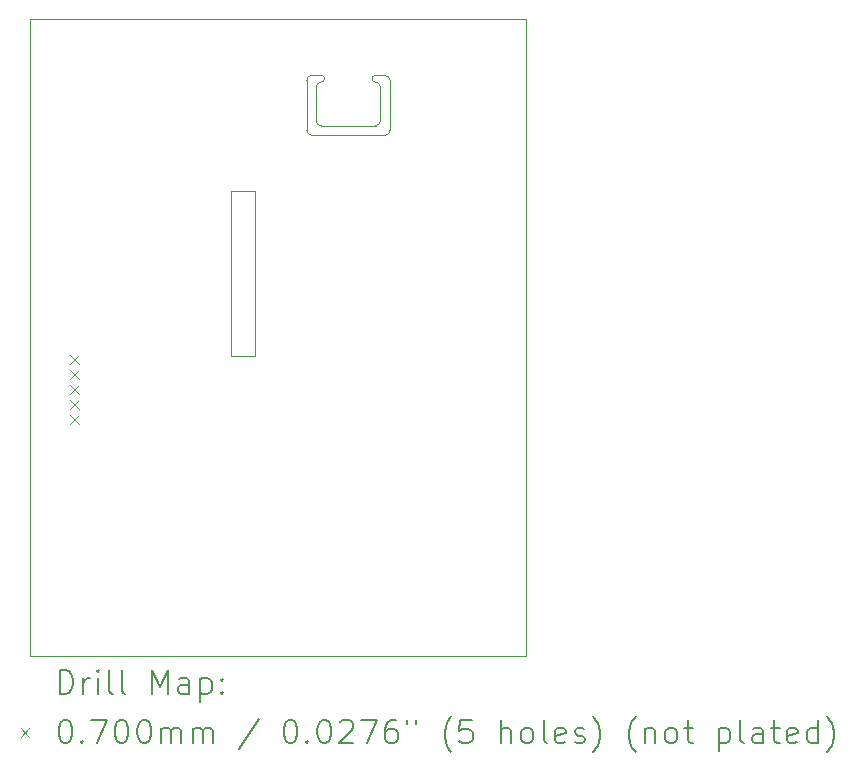
<source format=gbr>
%TF.GenerationSoftware,KiCad,Pcbnew,7.0.6*%
%TF.CreationDate,2023-07-10T12:59:03+01:00*%
%TF.ProjectId,wireless_rainmeter_42x54x1_6mm,77697265-6c65-4737-935f-7261696e6d65,5.3*%
%TF.SameCoordinates,Original*%
%TF.FileFunction,Drillmap*%
%TF.FilePolarity,Positive*%
%FSLAX45Y45*%
G04 Gerber Fmt 4.5, Leading zero omitted, Abs format (unit mm)*
G04 Created by KiCad (PCBNEW 7.0.6) date 2023-07-10 12:59:03*
%MOMM*%
%LPD*%
G01*
G04 APERTURE LIST*
%ADD10C,0.100000*%
%ADD11C,0.200000*%
%ADD12C,0.070000*%
G04 APERTURE END LIST*
D10*
X18133000Y-5381500D02*
X22337000Y-5381500D01*
X22337000Y-10778500D01*
X18133000Y-10778500D01*
X18133000Y-5381500D01*
X19834500Y-6835000D02*
X20038000Y-6835000D01*
X20038000Y-8238500D01*
X19834500Y-8238500D01*
X19834500Y-6835000D01*
X20560052Y-5958476D02*
X20560003Y-6244476D01*
X21103330Y-5956691D02*
G75*
G03*
X21060274Y-5915691I-41044J5D01*
G01*
X21182345Y-5899724D02*
G75*
G03*
X21139299Y-5858725I-41078J-31D01*
G01*
X20560011Y-6244476D02*
G75*
G03*
X20603052Y-6285476I41039J-10D01*
G01*
X21061274Y-6285732D02*
G75*
G03*
X21102274Y-6242691I12J41037D01*
G01*
X21103323Y-5956691D02*
X21102274Y-6242691D01*
X20521000Y-5858044D02*
X20601000Y-5858000D01*
X21143234Y-6367013D02*
G75*
G03*
X21184234Y-6323959I2J41047D01*
G01*
X21061274Y-6285740D02*
X20603052Y-6285476D01*
X21060274Y-5858264D02*
G75*
G03*
X21060274Y-5915691I-2J-28714D01*
G01*
X21184234Y-6323959D02*
X21182347Y-5899724D01*
X20523717Y-6365579D02*
X21143234Y-6367007D01*
X20601000Y-5915427D02*
G75*
G03*
X20601000Y-5858000I0J28714D01*
G01*
X20521000Y-5858046D02*
G75*
G03*
X20480000Y-5901093I-30J-41020D01*
G01*
X20480667Y-6324579D02*
G75*
G03*
X20523717Y-6365579I41023J-27D01*
G01*
X20480052Y-5901093D02*
X20480668Y-6324579D01*
X21139299Y-5858724D02*
X21060274Y-5858264D01*
X20601000Y-5915428D02*
G75*
G03*
X20560000Y-5958476I10J-41058D01*
G01*
D11*
D12*
X18477485Y-8229495D02*
X18547485Y-8299495D01*
X18547485Y-8229495D02*
X18477485Y-8299495D01*
X18477485Y-8356495D02*
X18547485Y-8426495D01*
X18547485Y-8356495D02*
X18477485Y-8426495D01*
X18477485Y-8483495D02*
X18547485Y-8553495D01*
X18547485Y-8483495D02*
X18477485Y-8553495D01*
X18477485Y-8610495D02*
X18547485Y-8680495D01*
X18547485Y-8610495D02*
X18477485Y-8680495D01*
X18477485Y-8737495D02*
X18547485Y-8807495D01*
X18547485Y-8737495D02*
X18477485Y-8807495D01*
D11*
X18388777Y-11094984D02*
X18388777Y-10894984D01*
X18388777Y-10894984D02*
X18436396Y-10894984D01*
X18436396Y-10894984D02*
X18464967Y-10904508D01*
X18464967Y-10904508D02*
X18484015Y-10923555D01*
X18484015Y-10923555D02*
X18493539Y-10942603D01*
X18493539Y-10942603D02*
X18503063Y-10980698D01*
X18503063Y-10980698D02*
X18503063Y-11009270D01*
X18503063Y-11009270D02*
X18493539Y-11047365D01*
X18493539Y-11047365D02*
X18484015Y-11066412D01*
X18484015Y-11066412D02*
X18464967Y-11085460D01*
X18464967Y-11085460D02*
X18436396Y-11094984D01*
X18436396Y-11094984D02*
X18388777Y-11094984D01*
X18588777Y-11094984D02*
X18588777Y-10961650D01*
X18588777Y-10999746D02*
X18598301Y-10980698D01*
X18598301Y-10980698D02*
X18607824Y-10971174D01*
X18607824Y-10971174D02*
X18626872Y-10961650D01*
X18626872Y-10961650D02*
X18645920Y-10961650D01*
X18712586Y-11094984D02*
X18712586Y-10961650D01*
X18712586Y-10894984D02*
X18703063Y-10904508D01*
X18703063Y-10904508D02*
X18712586Y-10914031D01*
X18712586Y-10914031D02*
X18722110Y-10904508D01*
X18722110Y-10904508D02*
X18712586Y-10894984D01*
X18712586Y-10894984D02*
X18712586Y-10914031D01*
X18836396Y-11094984D02*
X18817348Y-11085460D01*
X18817348Y-11085460D02*
X18807824Y-11066412D01*
X18807824Y-11066412D02*
X18807824Y-10894984D01*
X18941158Y-11094984D02*
X18922110Y-11085460D01*
X18922110Y-11085460D02*
X18912586Y-11066412D01*
X18912586Y-11066412D02*
X18912586Y-10894984D01*
X19169729Y-11094984D02*
X19169729Y-10894984D01*
X19169729Y-10894984D02*
X19236396Y-11037841D01*
X19236396Y-11037841D02*
X19303063Y-10894984D01*
X19303063Y-10894984D02*
X19303063Y-11094984D01*
X19484015Y-11094984D02*
X19484015Y-10990222D01*
X19484015Y-10990222D02*
X19474491Y-10971174D01*
X19474491Y-10971174D02*
X19455444Y-10961650D01*
X19455444Y-10961650D02*
X19417348Y-10961650D01*
X19417348Y-10961650D02*
X19398301Y-10971174D01*
X19484015Y-11085460D02*
X19464967Y-11094984D01*
X19464967Y-11094984D02*
X19417348Y-11094984D01*
X19417348Y-11094984D02*
X19398301Y-11085460D01*
X19398301Y-11085460D02*
X19388777Y-11066412D01*
X19388777Y-11066412D02*
X19388777Y-11047365D01*
X19388777Y-11047365D02*
X19398301Y-11028317D01*
X19398301Y-11028317D02*
X19417348Y-11018793D01*
X19417348Y-11018793D02*
X19464967Y-11018793D01*
X19464967Y-11018793D02*
X19484015Y-11009270D01*
X19579253Y-10961650D02*
X19579253Y-11161650D01*
X19579253Y-10971174D02*
X19598301Y-10961650D01*
X19598301Y-10961650D02*
X19636396Y-10961650D01*
X19636396Y-10961650D02*
X19655444Y-10971174D01*
X19655444Y-10971174D02*
X19664967Y-10980698D01*
X19664967Y-10980698D02*
X19674491Y-10999746D01*
X19674491Y-10999746D02*
X19674491Y-11056889D01*
X19674491Y-11056889D02*
X19664967Y-11075936D01*
X19664967Y-11075936D02*
X19655444Y-11085460D01*
X19655444Y-11085460D02*
X19636396Y-11094984D01*
X19636396Y-11094984D02*
X19598301Y-11094984D01*
X19598301Y-11094984D02*
X19579253Y-11085460D01*
X19760205Y-11075936D02*
X19769729Y-11085460D01*
X19769729Y-11085460D02*
X19760205Y-11094984D01*
X19760205Y-11094984D02*
X19750682Y-11085460D01*
X19750682Y-11085460D02*
X19760205Y-11075936D01*
X19760205Y-11075936D02*
X19760205Y-11094984D01*
X19760205Y-10971174D02*
X19769729Y-10980698D01*
X19769729Y-10980698D02*
X19760205Y-10990222D01*
X19760205Y-10990222D02*
X19750682Y-10980698D01*
X19750682Y-10980698D02*
X19760205Y-10971174D01*
X19760205Y-10971174D02*
X19760205Y-10990222D01*
D12*
X18058000Y-11388500D02*
X18128000Y-11458500D01*
X18128000Y-11388500D02*
X18058000Y-11458500D01*
D11*
X18426872Y-11314984D02*
X18445920Y-11314984D01*
X18445920Y-11314984D02*
X18464967Y-11324508D01*
X18464967Y-11324508D02*
X18474491Y-11334031D01*
X18474491Y-11334031D02*
X18484015Y-11353079D01*
X18484015Y-11353079D02*
X18493539Y-11391174D01*
X18493539Y-11391174D02*
X18493539Y-11438793D01*
X18493539Y-11438793D02*
X18484015Y-11476888D01*
X18484015Y-11476888D02*
X18474491Y-11495936D01*
X18474491Y-11495936D02*
X18464967Y-11505460D01*
X18464967Y-11505460D02*
X18445920Y-11514984D01*
X18445920Y-11514984D02*
X18426872Y-11514984D01*
X18426872Y-11514984D02*
X18407824Y-11505460D01*
X18407824Y-11505460D02*
X18398301Y-11495936D01*
X18398301Y-11495936D02*
X18388777Y-11476888D01*
X18388777Y-11476888D02*
X18379253Y-11438793D01*
X18379253Y-11438793D02*
X18379253Y-11391174D01*
X18379253Y-11391174D02*
X18388777Y-11353079D01*
X18388777Y-11353079D02*
X18398301Y-11334031D01*
X18398301Y-11334031D02*
X18407824Y-11324508D01*
X18407824Y-11324508D02*
X18426872Y-11314984D01*
X18579253Y-11495936D02*
X18588777Y-11505460D01*
X18588777Y-11505460D02*
X18579253Y-11514984D01*
X18579253Y-11514984D02*
X18569729Y-11505460D01*
X18569729Y-11505460D02*
X18579253Y-11495936D01*
X18579253Y-11495936D02*
X18579253Y-11514984D01*
X18655444Y-11314984D02*
X18788777Y-11314984D01*
X18788777Y-11314984D02*
X18703063Y-11514984D01*
X18903063Y-11314984D02*
X18922110Y-11314984D01*
X18922110Y-11314984D02*
X18941158Y-11324508D01*
X18941158Y-11324508D02*
X18950682Y-11334031D01*
X18950682Y-11334031D02*
X18960205Y-11353079D01*
X18960205Y-11353079D02*
X18969729Y-11391174D01*
X18969729Y-11391174D02*
X18969729Y-11438793D01*
X18969729Y-11438793D02*
X18960205Y-11476888D01*
X18960205Y-11476888D02*
X18950682Y-11495936D01*
X18950682Y-11495936D02*
X18941158Y-11505460D01*
X18941158Y-11505460D02*
X18922110Y-11514984D01*
X18922110Y-11514984D02*
X18903063Y-11514984D01*
X18903063Y-11514984D02*
X18884015Y-11505460D01*
X18884015Y-11505460D02*
X18874491Y-11495936D01*
X18874491Y-11495936D02*
X18864967Y-11476888D01*
X18864967Y-11476888D02*
X18855444Y-11438793D01*
X18855444Y-11438793D02*
X18855444Y-11391174D01*
X18855444Y-11391174D02*
X18864967Y-11353079D01*
X18864967Y-11353079D02*
X18874491Y-11334031D01*
X18874491Y-11334031D02*
X18884015Y-11324508D01*
X18884015Y-11324508D02*
X18903063Y-11314984D01*
X19093539Y-11314984D02*
X19112586Y-11314984D01*
X19112586Y-11314984D02*
X19131634Y-11324508D01*
X19131634Y-11324508D02*
X19141158Y-11334031D01*
X19141158Y-11334031D02*
X19150682Y-11353079D01*
X19150682Y-11353079D02*
X19160205Y-11391174D01*
X19160205Y-11391174D02*
X19160205Y-11438793D01*
X19160205Y-11438793D02*
X19150682Y-11476888D01*
X19150682Y-11476888D02*
X19141158Y-11495936D01*
X19141158Y-11495936D02*
X19131634Y-11505460D01*
X19131634Y-11505460D02*
X19112586Y-11514984D01*
X19112586Y-11514984D02*
X19093539Y-11514984D01*
X19093539Y-11514984D02*
X19074491Y-11505460D01*
X19074491Y-11505460D02*
X19064967Y-11495936D01*
X19064967Y-11495936D02*
X19055444Y-11476888D01*
X19055444Y-11476888D02*
X19045920Y-11438793D01*
X19045920Y-11438793D02*
X19045920Y-11391174D01*
X19045920Y-11391174D02*
X19055444Y-11353079D01*
X19055444Y-11353079D02*
X19064967Y-11334031D01*
X19064967Y-11334031D02*
X19074491Y-11324508D01*
X19074491Y-11324508D02*
X19093539Y-11314984D01*
X19245920Y-11514984D02*
X19245920Y-11381650D01*
X19245920Y-11400698D02*
X19255444Y-11391174D01*
X19255444Y-11391174D02*
X19274491Y-11381650D01*
X19274491Y-11381650D02*
X19303063Y-11381650D01*
X19303063Y-11381650D02*
X19322110Y-11391174D01*
X19322110Y-11391174D02*
X19331634Y-11410222D01*
X19331634Y-11410222D02*
X19331634Y-11514984D01*
X19331634Y-11410222D02*
X19341158Y-11391174D01*
X19341158Y-11391174D02*
X19360205Y-11381650D01*
X19360205Y-11381650D02*
X19388777Y-11381650D01*
X19388777Y-11381650D02*
X19407825Y-11391174D01*
X19407825Y-11391174D02*
X19417348Y-11410222D01*
X19417348Y-11410222D02*
X19417348Y-11514984D01*
X19512586Y-11514984D02*
X19512586Y-11381650D01*
X19512586Y-11400698D02*
X19522110Y-11391174D01*
X19522110Y-11391174D02*
X19541158Y-11381650D01*
X19541158Y-11381650D02*
X19569729Y-11381650D01*
X19569729Y-11381650D02*
X19588777Y-11391174D01*
X19588777Y-11391174D02*
X19598301Y-11410222D01*
X19598301Y-11410222D02*
X19598301Y-11514984D01*
X19598301Y-11410222D02*
X19607825Y-11391174D01*
X19607825Y-11391174D02*
X19626872Y-11381650D01*
X19626872Y-11381650D02*
X19655444Y-11381650D01*
X19655444Y-11381650D02*
X19674491Y-11391174D01*
X19674491Y-11391174D02*
X19684015Y-11410222D01*
X19684015Y-11410222D02*
X19684015Y-11514984D01*
X20074491Y-11305460D02*
X19903063Y-11562603D01*
X20331634Y-11314984D02*
X20350682Y-11314984D01*
X20350682Y-11314984D02*
X20369729Y-11324508D01*
X20369729Y-11324508D02*
X20379253Y-11334031D01*
X20379253Y-11334031D02*
X20388777Y-11353079D01*
X20388777Y-11353079D02*
X20398301Y-11391174D01*
X20398301Y-11391174D02*
X20398301Y-11438793D01*
X20398301Y-11438793D02*
X20388777Y-11476888D01*
X20388777Y-11476888D02*
X20379253Y-11495936D01*
X20379253Y-11495936D02*
X20369729Y-11505460D01*
X20369729Y-11505460D02*
X20350682Y-11514984D01*
X20350682Y-11514984D02*
X20331634Y-11514984D01*
X20331634Y-11514984D02*
X20312587Y-11505460D01*
X20312587Y-11505460D02*
X20303063Y-11495936D01*
X20303063Y-11495936D02*
X20293539Y-11476888D01*
X20293539Y-11476888D02*
X20284015Y-11438793D01*
X20284015Y-11438793D02*
X20284015Y-11391174D01*
X20284015Y-11391174D02*
X20293539Y-11353079D01*
X20293539Y-11353079D02*
X20303063Y-11334031D01*
X20303063Y-11334031D02*
X20312587Y-11324508D01*
X20312587Y-11324508D02*
X20331634Y-11314984D01*
X20484015Y-11495936D02*
X20493539Y-11505460D01*
X20493539Y-11505460D02*
X20484015Y-11514984D01*
X20484015Y-11514984D02*
X20474491Y-11505460D01*
X20474491Y-11505460D02*
X20484015Y-11495936D01*
X20484015Y-11495936D02*
X20484015Y-11514984D01*
X20617348Y-11314984D02*
X20636396Y-11314984D01*
X20636396Y-11314984D02*
X20655444Y-11324508D01*
X20655444Y-11324508D02*
X20664968Y-11334031D01*
X20664968Y-11334031D02*
X20674491Y-11353079D01*
X20674491Y-11353079D02*
X20684015Y-11391174D01*
X20684015Y-11391174D02*
X20684015Y-11438793D01*
X20684015Y-11438793D02*
X20674491Y-11476888D01*
X20674491Y-11476888D02*
X20664968Y-11495936D01*
X20664968Y-11495936D02*
X20655444Y-11505460D01*
X20655444Y-11505460D02*
X20636396Y-11514984D01*
X20636396Y-11514984D02*
X20617348Y-11514984D01*
X20617348Y-11514984D02*
X20598301Y-11505460D01*
X20598301Y-11505460D02*
X20588777Y-11495936D01*
X20588777Y-11495936D02*
X20579253Y-11476888D01*
X20579253Y-11476888D02*
X20569729Y-11438793D01*
X20569729Y-11438793D02*
X20569729Y-11391174D01*
X20569729Y-11391174D02*
X20579253Y-11353079D01*
X20579253Y-11353079D02*
X20588777Y-11334031D01*
X20588777Y-11334031D02*
X20598301Y-11324508D01*
X20598301Y-11324508D02*
X20617348Y-11314984D01*
X20760206Y-11334031D02*
X20769729Y-11324508D01*
X20769729Y-11324508D02*
X20788777Y-11314984D01*
X20788777Y-11314984D02*
X20836396Y-11314984D01*
X20836396Y-11314984D02*
X20855444Y-11324508D01*
X20855444Y-11324508D02*
X20864968Y-11334031D01*
X20864968Y-11334031D02*
X20874491Y-11353079D01*
X20874491Y-11353079D02*
X20874491Y-11372127D01*
X20874491Y-11372127D02*
X20864968Y-11400698D01*
X20864968Y-11400698D02*
X20750682Y-11514984D01*
X20750682Y-11514984D02*
X20874491Y-11514984D01*
X20941158Y-11314984D02*
X21074491Y-11314984D01*
X21074491Y-11314984D02*
X20988777Y-11514984D01*
X21236396Y-11314984D02*
X21198301Y-11314984D01*
X21198301Y-11314984D02*
X21179253Y-11324508D01*
X21179253Y-11324508D02*
X21169729Y-11334031D01*
X21169729Y-11334031D02*
X21150682Y-11362603D01*
X21150682Y-11362603D02*
X21141158Y-11400698D01*
X21141158Y-11400698D02*
X21141158Y-11476888D01*
X21141158Y-11476888D02*
X21150682Y-11495936D01*
X21150682Y-11495936D02*
X21160206Y-11505460D01*
X21160206Y-11505460D02*
X21179253Y-11514984D01*
X21179253Y-11514984D02*
X21217349Y-11514984D01*
X21217349Y-11514984D02*
X21236396Y-11505460D01*
X21236396Y-11505460D02*
X21245920Y-11495936D01*
X21245920Y-11495936D02*
X21255444Y-11476888D01*
X21255444Y-11476888D02*
X21255444Y-11429269D01*
X21255444Y-11429269D02*
X21245920Y-11410222D01*
X21245920Y-11410222D02*
X21236396Y-11400698D01*
X21236396Y-11400698D02*
X21217349Y-11391174D01*
X21217349Y-11391174D02*
X21179253Y-11391174D01*
X21179253Y-11391174D02*
X21160206Y-11400698D01*
X21160206Y-11400698D02*
X21150682Y-11410222D01*
X21150682Y-11410222D02*
X21141158Y-11429269D01*
X21331634Y-11314984D02*
X21331634Y-11353079D01*
X21407825Y-11314984D02*
X21407825Y-11353079D01*
X21703063Y-11591174D02*
X21693539Y-11581650D01*
X21693539Y-11581650D02*
X21674491Y-11553079D01*
X21674491Y-11553079D02*
X21664968Y-11534031D01*
X21664968Y-11534031D02*
X21655444Y-11505460D01*
X21655444Y-11505460D02*
X21645920Y-11457841D01*
X21645920Y-11457841D02*
X21645920Y-11419746D01*
X21645920Y-11419746D02*
X21655444Y-11372127D01*
X21655444Y-11372127D02*
X21664968Y-11343555D01*
X21664968Y-11343555D02*
X21674491Y-11324508D01*
X21674491Y-11324508D02*
X21693539Y-11295936D01*
X21693539Y-11295936D02*
X21703063Y-11286412D01*
X21874491Y-11314984D02*
X21779253Y-11314984D01*
X21779253Y-11314984D02*
X21769730Y-11410222D01*
X21769730Y-11410222D02*
X21779253Y-11400698D01*
X21779253Y-11400698D02*
X21798301Y-11391174D01*
X21798301Y-11391174D02*
X21845920Y-11391174D01*
X21845920Y-11391174D02*
X21864968Y-11400698D01*
X21864968Y-11400698D02*
X21874491Y-11410222D01*
X21874491Y-11410222D02*
X21884015Y-11429269D01*
X21884015Y-11429269D02*
X21884015Y-11476888D01*
X21884015Y-11476888D02*
X21874491Y-11495936D01*
X21874491Y-11495936D02*
X21864968Y-11505460D01*
X21864968Y-11505460D02*
X21845920Y-11514984D01*
X21845920Y-11514984D02*
X21798301Y-11514984D01*
X21798301Y-11514984D02*
X21779253Y-11505460D01*
X21779253Y-11505460D02*
X21769730Y-11495936D01*
X22122111Y-11514984D02*
X22122111Y-11314984D01*
X22207825Y-11514984D02*
X22207825Y-11410222D01*
X22207825Y-11410222D02*
X22198301Y-11391174D01*
X22198301Y-11391174D02*
X22179253Y-11381650D01*
X22179253Y-11381650D02*
X22150682Y-11381650D01*
X22150682Y-11381650D02*
X22131634Y-11391174D01*
X22131634Y-11391174D02*
X22122111Y-11400698D01*
X22331634Y-11514984D02*
X22312587Y-11505460D01*
X22312587Y-11505460D02*
X22303063Y-11495936D01*
X22303063Y-11495936D02*
X22293539Y-11476888D01*
X22293539Y-11476888D02*
X22293539Y-11419746D01*
X22293539Y-11419746D02*
X22303063Y-11400698D01*
X22303063Y-11400698D02*
X22312587Y-11391174D01*
X22312587Y-11391174D02*
X22331634Y-11381650D01*
X22331634Y-11381650D02*
X22360206Y-11381650D01*
X22360206Y-11381650D02*
X22379253Y-11391174D01*
X22379253Y-11391174D02*
X22388777Y-11400698D01*
X22388777Y-11400698D02*
X22398301Y-11419746D01*
X22398301Y-11419746D02*
X22398301Y-11476888D01*
X22398301Y-11476888D02*
X22388777Y-11495936D01*
X22388777Y-11495936D02*
X22379253Y-11505460D01*
X22379253Y-11505460D02*
X22360206Y-11514984D01*
X22360206Y-11514984D02*
X22331634Y-11514984D01*
X22512587Y-11514984D02*
X22493539Y-11505460D01*
X22493539Y-11505460D02*
X22484015Y-11486412D01*
X22484015Y-11486412D02*
X22484015Y-11314984D01*
X22664968Y-11505460D02*
X22645920Y-11514984D01*
X22645920Y-11514984D02*
X22607825Y-11514984D01*
X22607825Y-11514984D02*
X22588777Y-11505460D01*
X22588777Y-11505460D02*
X22579253Y-11486412D01*
X22579253Y-11486412D02*
X22579253Y-11410222D01*
X22579253Y-11410222D02*
X22588777Y-11391174D01*
X22588777Y-11391174D02*
X22607825Y-11381650D01*
X22607825Y-11381650D02*
X22645920Y-11381650D01*
X22645920Y-11381650D02*
X22664968Y-11391174D01*
X22664968Y-11391174D02*
X22674491Y-11410222D01*
X22674491Y-11410222D02*
X22674491Y-11429269D01*
X22674491Y-11429269D02*
X22579253Y-11448317D01*
X22750682Y-11505460D02*
X22769730Y-11514984D01*
X22769730Y-11514984D02*
X22807825Y-11514984D01*
X22807825Y-11514984D02*
X22826872Y-11505460D01*
X22826872Y-11505460D02*
X22836396Y-11486412D01*
X22836396Y-11486412D02*
X22836396Y-11476888D01*
X22836396Y-11476888D02*
X22826872Y-11457841D01*
X22826872Y-11457841D02*
X22807825Y-11448317D01*
X22807825Y-11448317D02*
X22779253Y-11448317D01*
X22779253Y-11448317D02*
X22760206Y-11438793D01*
X22760206Y-11438793D02*
X22750682Y-11419746D01*
X22750682Y-11419746D02*
X22750682Y-11410222D01*
X22750682Y-11410222D02*
X22760206Y-11391174D01*
X22760206Y-11391174D02*
X22779253Y-11381650D01*
X22779253Y-11381650D02*
X22807825Y-11381650D01*
X22807825Y-11381650D02*
X22826872Y-11391174D01*
X22903063Y-11591174D02*
X22912587Y-11581650D01*
X22912587Y-11581650D02*
X22931634Y-11553079D01*
X22931634Y-11553079D02*
X22941158Y-11534031D01*
X22941158Y-11534031D02*
X22950682Y-11505460D01*
X22950682Y-11505460D02*
X22960206Y-11457841D01*
X22960206Y-11457841D02*
X22960206Y-11419746D01*
X22960206Y-11419746D02*
X22950682Y-11372127D01*
X22950682Y-11372127D02*
X22941158Y-11343555D01*
X22941158Y-11343555D02*
X22931634Y-11324508D01*
X22931634Y-11324508D02*
X22912587Y-11295936D01*
X22912587Y-11295936D02*
X22903063Y-11286412D01*
X23264968Y-11591174D02*
X23255444Y-11581650D01*
X23255444Y-11581650D02*
X23236396Y-11553079D01*
X23236396Y-11553079D02*
X23226872Y-11534031D01*
X23226872Y-11534031D02*
X23217349Y-11505460D01*
X23217349Y-11505460D02*
X23207825Y-11457841D01*
X23207825Y-11457841D02*
X23207825Y-11419746D01*
X23207825Y-11419746D02*
X23217349Y-11372127D01*
X23217349Y-11372127D02*
X23226872Y-11343555D01*
X23226872Y-11343555D02*
X23236396Y-11324508D01*
X23236396Y-11324508D02*
X23255444Y-11295936D01*
X23255444Y-11295936D02*
X23264968Y-11286412D01*
X23341158Y-11381650D02*
X23341158Y-11514984D01*
X23341158Y-11400698D02*
X23350682Y-11391174D01*
X23350682Y-11391174D02*
X23369730Y-11381650D01*
X23369730Y-11381650D02*
X23398301Y-11381650D01*
X23398301Y-11381650D02*
X23417349Y-11391174D01*
X23417349Y-11391174D02*
X23426872Y-11410222D01*
X23426872Y-11410222D02*
X23426872Y-11514984D01*
X23550682Y-11514984D02*
X23531634Y-11505460D01*
X23531634Y-11505460D02*
X23522111Y-11495936D01*
X23522111Y-11495936D02*
X23512587Y-11476888D01*
X23512587Y-11476888D02*
X23512587Y-11419746D01*
X23512587Y-11419746D02*
X23522111Y-11400698D01*
X23522111Y-11400698D02*
X23531634Y-11391174D01*
X23531634Y-11391174D02*
X23550682Y-11381650D01*
X23550682Y-11381650D02*
X23579253Y-11381650D01*
X23579253Y-11381650D02*
X23598301Y-11391174D01*
X23598301Y-11391174D02*
X23607825Y-11400698D01*
X23607825Y-11400698D02*
X23617349Y-11419746D01*
X23617349Y-11419746D02*
X23617349Y-11476888D01*
X23617349Y-11476888D02*
X23607825Y-11495936D01*
X23607825Y-11495936D02*
X23598301Y-11505460D01*
X23598301Y-11505460D02*
X23579253Y-11514984D01*
X23579253Y-11514984D02*
X23550682Y-11514984D01*
X23674492Y-11381650D02*
X23750682Y-11381650D01*
X23703063Y-11314984D02*
X23703063Y-11486412D01*
X23703063Y-11486412D02*
X23712587Y-11505460D01*
X23712587Y-11505460D02*
X23731634Y-11514984D01*
X23731634Y-11514984D02*
X23750682Y-11514984D01*
X23969730Y-11381650D02*
X23969730Y-11581650D01*
X23969730Y-11391174D02*
X23988777Y-11381650D01*
X23988777Y-11381650D02*
X24026873Y-11381650D01*
X24026873Y-11381650D02*
X24045920Y-11391174D01*
X24045920Y-11391174D02*
X24055444Y-11400698D01*
X24055444Y-11400698D02*
X24064968Y-11419746D01*
X24064968Y-11419746D02*
X24064968Y-11476888D01*
X24064968Y-11476888D02*
X24055444Y-11495936D01*
X24055444Y-11495936D02*
X24045920Y-11505460D01*
X24045920Y-11505460D02*
X24026873Y-11514984D01*
X24026873Y-11514984D02*
X23988777Y-11514984D01*
X23988777Y-11514984D02*
X23969730Y-11505460D01*
X24179253Y-11514984D02*
X24160206Y-11505460D01*
X24160206Y-11505460D02*
X24150682Y-11486412D01*
X24150682Y-11486412D02*
X24150682Y-11314984D01*
X24341158Y-11514984D02*
X24341158Y-11410222D01*
X24341158Y-11410222D02*
X24331634Y-11391174D01*
X24331634Y-11391174D02*
X24312587Y-11381650D01*
X24312587Y-11381650D02*
X24274492Y-11381650D01*
X24274492Y-11381650D02*
X24255444Y-11391174D01*
X24341158Y-11505460D02*
X24322111Y-11514984D01*
X24322111Y-11514984D02*
X24274492Y-11514984D01*
X24274492Y-11514984D02*
X24255444Y-11505460D01*
X24255444Y-11505460D02*
X24245920Y-11486412D01*
X24245920Y-11486412D02*
X24245920Y-11467365D01*
X24245920Y-11467365D02*
X24255444Y-11448317D01*
X24255444Y-11448317D02*
X24274492Y-11438793D01*
X24274492Y-11438793D02*
X24322111Y-11438793D01*
X24322111Y-11438793D02*
X24341158Y-11429269D01*
X24407825Y-11381650D02*
X24484015Y-11381650D01*
X24436396Y-11314984D02*
X24436396Y-11486412D01*
X24436396Y-11486412D02*
X24445920Y-11505460D01*
X24445920Y-11505460D02*
X24464968Y-11514984D01*
X24464968Y-11514984D02*
X24484015Y-11514984D01*
X24626873Y-11505460D02*
X24607825Y-11514984D01*
X24607825Y-11514984D02*
X24569730Y-11514984D01*
X24569730Y-11514984D02*
X24550682Y-11505460D01*
X24550682Y-11505460D02*
X24541158Y-11486412D01*
X24541158Y-11486412D02*
X24541158Y-11410222D01*
X24541158Y-11410222D02*
X24550682Y-11391174D01*
X24550682Y-11391174D02*
X24569730Y-11381650D01*
X24569730Y-11381650D02*
X24607825Y-11381650D01*
X24607825Y-11381650D02*
X24626873Y-11391174D01*
X24626873Y-11391174D02*
X24636396Y-11410222D01*
X24636396Y-11410222D02*
X24636396Y-11429269D01*
X24636396Y-11429269D02*
X24541158Y-11448317D01*
X24807825Y-11514984D02*
X24807825Y-11314984D01*
X24807825Y-11505460D02*
X24788777Y-11514984D01*
X24788777Y-11514984D02*
X24750682Y-11514984D01*
X24750682Y-11514984D02*
X24731634Y-11505460D01*
X24731634Y-11505460D02*
X24722111Y-11495936D01*
X24722111Y-11495936D02*
X24712587Y-11476888D01*
X24712587Y-11476888D02*
X24712587Y-11419746D01*
X24712587Y-11419746D02*
X24722111Y-11400698D01*
X24722111Y-11400698D02*
X24731634Y-11391174D01*
X24731634Y-11391174D02*
X24750682Y-11381650D01*
X24750682Y-11381650D02*
X24788777Y-11381650D01*
X24788777Y-11381650D02*
X24807825Y-11391174D01*
X24884015Y-11591174D02*
X24893539Y-11581650D01*
X24893539Y-11581650D02*
X24912587Y-11553079D01*
X24912587Y-11553079D02*
X24922111Y-11534031D01*
X24922111Y-11534031D02*
X24931634Y-11505460D01*
X24931634Y-11505460D02*
X24941158Y-11457841D01*
X24941158Y-11457841D02*
X24941158Y-11419746D01*
X24941158Y-11419746D02*
X24931634Y-11372127D01*
X24931634Y-11372127D02*
X24922111Y-11343555D01*
X24922111Y-11343555D02*
X24912587Y-11324508D01*
X24912587Y-11324508D02*
X24893539Y-11295936D01*
X24893539Y-11295936D02*
X24884015Y-11286412D01*
M02*

</source>
